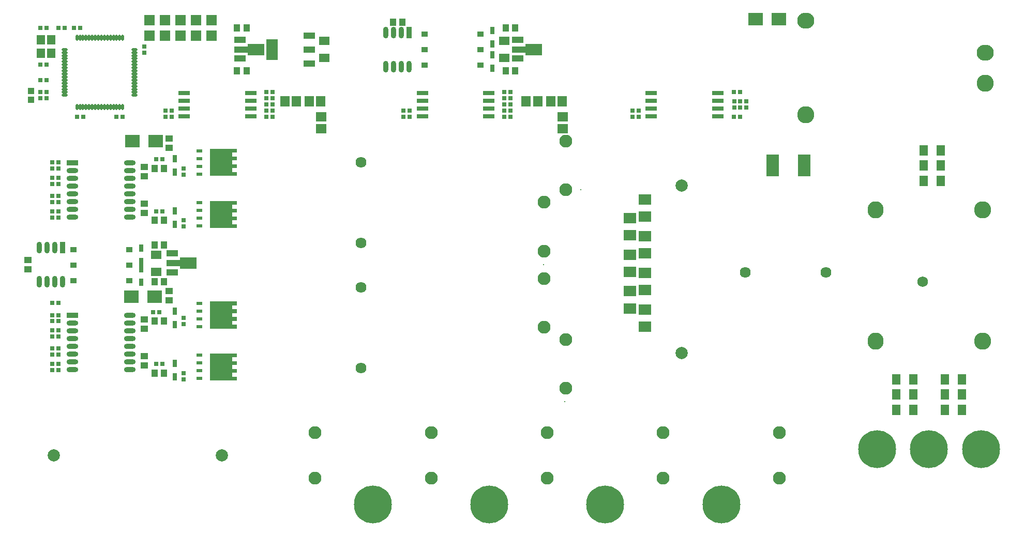
<source format=gts>
G04*
G04 #@! TF.GenerationSoftware,Altium Limited,Altium Designer,18.1.7 (191)*
G04*
G04 Layer_Color=8388736*
%FSLAX44Y44*%
%MOMM*%
G71*
G01*
G75*
%ADD40R,1.1200X0.9600*%
%ADD43R,1.4032X1.7032*%
%ADD44R,2.0032X1.8032*%
%ADD45R,2.8032X1.9032*%
%ADD46R,1.9032X1.1032*%
%ADD47R,2.7032X1.1032*%
%ADD48R,0.6532X1.2032*%
%ADD49R,1.9032X3.4032*%
%ADD50R,2.4032X2.0032*%
%ADD51R,0.8032X0.8032*%
%ADD52R,0.8032X0.8032*%
%ADD53R,1.7032X1.5032*%
%ADD54R,1.5032X1.7032*%
%ADD55R,2.0032X3.6032*%
%ADD56R,1.1832X1.1332*%
G04:AMPARAMS|DCode=57|XSize=0.5032mm|YSize=1.0032mm|CornerRadius=0.1766mm|HoleSize=0mm|Usage=FLASHONLY|Rotation=180.000|XOffset=0mm|YOffset=0mm|HoleType=Round|Shape=RoundedRectangle|*
%AMROUNDEDRECTD57*
21,1,0.5032,0.6500,0,0,180.0*
21,1,0.1500,1.0032,0,0,180.0*
1,1,0.3532,-0.0750,0.3250*
1,1,0.3532,0.0750,0.3250*
1,1,0.3532,0.0750,-0.3250*
1,1,0.3532,-0.0750,-0.3250*
%
%ADD57ROUNDEDRECTD57*%
G04:AMPARAMS|DCode=58|XSize=0.5032mm|YSize=1.0032mm|CornerRadius=0.1766mm|HoleSize=0mm|Usage=FLASHONLY|Rotation=90.000|XOffset=0mm|YOffset=0mm|HoleType=Round|Shape=RoundedRectangle|*
%AMROUNDEDRECTD58*
21,1,0.5032,0.6500,0,0,90.0*
21,1,0.1500,1.0032,0,0,90.0*
1,1,0.3532,0.3250,0.0750*
1,1,0.3532,0.3250,-0.0750*
1,1,0.3532,-0.3250,-0.0750*
1,1,0.3532,-0.3250,0.0750*
%
%ADD58ROUNDEDRECTD58*%
%ADD59R,1.4032X1.6032*%
%ADD60R,1.9400X0.7400*%
%ADD61R,0.8532X1.9032*%
%ADD62O,0.8532X1.9032*%
%ADD63R,1.1332X1.1832*%
%ADD64R,1.0032X1.0032*%
%ADD65R,1.7032X1.4032*%
%ADD66O,1.9032X0.8532*%
%ADD67R,1.9032X0.8532*%
%ADD68C,0.2032*%
%ADD69C,6.2032*%
%ADD70C,2.1032*%
%ADD71R,1.8032X1.8032*%
%ADD72C,1.7272*%
%ADD73C,2.0032*%
%ADD74C,1.7932*%
%ADD75O,2.8032X2.6032*%
%ADD76C,2.8032*%
%ADD77O,2.6032X2.8032*%
G36*
X795020Y351550D02*
X785770D01*
Y356550D01*
X795020D01*
Y351550D01*
D02*
G37*
G36*
Y338850D02*
X785770D01*
Y343850D01*
X795020D01*
Y338850D01*
D02*
G37*
G36*
Y326150D02*
X785770D01*
Y331150D01*
X795020D01*
Y326150D01*
D02*
G37*
G36*
Y313450D02*
X785770D01*
Y318450D01*
X795020D01*
Y313450D01*
D02*
G37*
G36*
X852275Y351050D02*
X844275D01*
Y344350D01*
X852275D01*
Y338350D01*
X844275D01*
Y331650D01*
X852275D01*
Y325650D01*
X844275D01*
Y318950D01*
X852275D01*
Y312950D01*
X807725D01*
Y357050D01*
X852275D01*
Y351050D01*
D02*
G37*
G36*
X795020Y436550D02*
X785770D01*
Y441550D01*
X795020D01*
Y436550D01*
D02*
G37*
G36*
Y423850D02*
X785770D01*
Y428850D01*
X795020D01*
Y423850D01*
D02*
G37*
G36*
Y411150D02*
X785770D01*
Y416150D01*
X795020D01*
Y411150D01*
D02*
G37*
G36*
Y398450D02*
X785770D01*
Y403450D01*
X795020D01*
Y398450D01*
D02*
G37*
G36*
X852275Y436050D02*
X844275D01*
Y429350D01*
X852275D01*
Y423350D01*
X844275D01*
Y416650D01*
X852275D01*
Y410650D01*
X844275D01*
Y403950D01*
X852275D01*
Y397950D01*
X807725D01*
Y442050D01*
X852275D01*
Y436050D01*
D02*
G37*
G36*
X795020Y601550D02*
X785770D01*
Y606550D01*
X795020D01*
Y601550D01*
D02*
G37*
G36*
Y588850D02*
X785770D01*
Y593850D01*
X795020D01*
Y588850D01*
D02*
G37*
G36*
Y576150D02*
X785770D01*
Y581150D01*
X795020D01*
Y576150D01*
D02*
G37*
G36*
Y563450D02*
X785770D01*
Y568450D01*
X795020D01*
Y563450D01*
D02*
G37*
G36*
X852275Y601050D02*
X844275D01*
Y594350D01*
X852275D01*
Y588350D01*
X844275D01*
Y581650D01*
X852275D01*
Y575650D01*
X844275D01*
Y568950D01*
X852275D01*
Y562950D01*
X807725D01*
Y607050D01*
X852275D01*
Y601050D01*
D02*
G37*
G36*
X795020Y686550D02*
X785770D01*
Y691550D01*
X795020D01*
Y686550D01*
D02*
G37*
G36*
Y673850D02*
X785770D01*
Y678850D01*
X795020D01*
Y673850D01*
D02*
G37*
G36*
Y661150D02*
X785770D01*
Y666150D01*
X795020D01*
Y661150D01*
D02*
G37*
G36*
Y648450D02*
X785770D01*
Y653450D01*
X795020D01*
Y648450D01*
D02*
G37*
G36*
X852275Y686050D02*
X844275D01*
Y679350D01*
X852275D01*
Y673350D01*
X844275D01*
Y666650D01*
X852275D01*
Y660650D01*
X844275D01*
Y653950D01*
X852275D01*
Y647950D01*
X807725D01*
Y692050D01*
X852275D01*
Y686050D01*
D02*
G37*
D40*
X675700Y527400D02*
D03*
Y502000D02*
D03*
Y476600D02*
D03*
X584300D02*
D03*
Y502000D02*
D03*
Y527400D02*
D03*
X1250700Y880400D02*
D03*
Y855000D02*
D03*
Y829600D02*
D03*
X1159300D02*
D03*
Y855000D02*
D03*
Y880400D02*
D03*
D43*
X1976046Y690000D02*
D03*
X2003954D02*
D03*
X1976046Y665000D02*
D03*
X2003954D02*
D03*
X1976046Y640000D02*
D03*
X2003954D02*
D03*
X2011046Y315000D02*
D03*
X2038954D02*
D03*
X1931046D02*
D03*
X1958954D02*
D03*
X2011046Y290000D02*
D03*
X2038954D02*
D03*
X1931046D02*
D03*
X1958954D02*
D03*
X1931046Y265000D02*
D03*
X1958954D02*
D03*
X2011046D02*
D03*
X2038954D02*
D03*
D44*
X1520000Y581000D02*
D03*
Y609000D02*
D03*
Y401000D02*
D03*
Y429000D02*
D03*
X1495000Y431000D02*
D03*
Y459000D02*
D03*
X1520000Y461000D02*
D03*
Y489000D02*
D03*
X1495000Y491000D02*
D03*
Y519000D02*
D03*
X1520000Y521000D02*
D03*
Y549000D02*
D03*
X1495000Y551000D02*
D03*
Y579000D02*
D03*
D45*
X1338000Y855000D02*
D03*
X772000Y505000D02*
D03*
X883000Y855000D02*
D03*
D46*
X1312000Y840000D02*
D03*
Y871000D02*
D03*
X746000Y490000D02*
D03*
Y521000D02*
D03*
X970500Y878000D02*
D03*
Y855000D02*
D03*
Y832000D02*
D03*
X857000Y840000D02*
D03*
Y871000D02*
D03*
D47*
X1316000Y855000D02*
D03*
X750000Y505000D02*
D03*
X861000Y855000D02*
D03*
D48*
X1270000Y864000D02*
D03*
Y886000D02*
D03*
Y846000D02*
D03*
Y824000D02*
D03*
X695000Y508000D02*
D03*
Y530000D02*
D03*
Y496000D02*
D03*
Y474000D02*
D03*
X750000Y426000D02*
D03*
Y404000D02*
D03*
Y591000D02*
D03*
Y569000D02*
D03*
Y676000D02*
D03*
Y654000D02*
D03*
Y341000D02*
D03*
Y319000D02*
D03*
D49*
X909500Y855000D02*
D03*
D50*
X1739000Y905000D02*
D03*
X1701000D02*
D03*
X717275Y450250D02*
D03*
X679275D02*
D03*
X719000Y705000D02*
D03*
X681000D02*
D03*
D51*
X765000Y314920D02*
D03*
Y325080D02*
D03*
Y404920D02*
D03*
Y415080D02*
D03*
Y564920D02*
D03*
Y575080D02*
D03*
Y649920D02*
D03*
Y660080D02*
D03*
X735000Y755080D02*
D03*
Y744920D02*
D03*
X745000Y755080D02*
D03*
Y744920D02*
D03*
X1666000Y770080D02*
D03*
Y759920D02*
D03*
X700000Y849920D02*
D03*
Y860080D02*
D03*
D52*
X730080Y340000D02*
D03*
X719920D02*
D03*
X725080Y425000D02*
D03*
X714920D02*
D03*
X730080Y590000D02*
D03*
X719920D02*
D03*
X730080Y675000D02*
D03*
X719920D02*
D03*
X1300080Y765000D02*
D03*
X1289920D02*
D03*
Y785000D02*
D03*
X1300080D02*
D03*
X1686080Y770000D02*
D03*
X1675920D02*
D03*
X1686080Y760000D02*
D03*
X1675920D02*
D03*
X1499920Y745000D02*
D03*
X1510080D02*
D03*
X1500000Y755000D02*
D03*
X1510160D02*
D03*
X1124920Y755000D02*
D03*
X1135080D02*
D03*
X1124920Y745000D02*
D03*
X1135080D02*
D03*
X1676080Y745000D02*
D03*
X1665920D02*
D03*
Y785000D02*
D03*
X1676080D02*
D03*
X1300080Y745000D02*
D03*
X1289920D02*
D03*
Y755000D02*
D03*
X1300080D02*
D03*
X910080Y745000D02*
D03*
X899920D02*
D03*
X910080Y755000D02*
D03*
X899920D02*
D03*
Y785000D02*
D03*
X910080D02*
D03*
Y765000D02*
D03*
X899920D02*
D03*
Y775000D02*
D03*
X910080D02*
D03*
X1289920Y775000D02*
D03*
X1300080D02*
D03*
X529920Y775000D02*
D03*
X540080D02*
D03*
X529920Y805000D02*
D03*
X540080D02*
D03*
X595080Y890000D02*
D03*
X584920D02*
D03*
X559920D02*
D03*
X570080D02*
D03*
X529920Y785000D02*
D03*
X540080D02*
D03*
X589920Y745000D02*
D03*
X600080D02*
D03*
X654920D02*
D03*
X665080D02*
D03*
X540080Y890000D02*
D03*
X529920D02*
D03*
Y830000D02*
D03*
X540080D02*
D03*
X560080Y330000D02*
D03*
X549920D02*
D03*
X560080Y340000D02*
D03*
X549920D02*
D03*
X560080Y440000D02*
D03*
X549920D02*
D03*
X560080Y385000D02*
D03*
X549920D02*
D03*
X560080Y410000D02*
D03*
X549920D02*
D03*
Y420000D02*
D03*
X560080D02*
D03*
X549920Y355000D02*
D03*
X560080D02*
D03*
Y365000D02*
D03*
X549920D02*
D03*
X560080Y590000D02*
D03*
X549920D02*
D03*
X560080Y580000D02*
D03*
X549920D02*
D03*
Y605000D02*
D03*
X560080D02*
D03*
X549920Y615000D02*
D03*
X560080D02*
D03*
Y670000D02*
D03*
X549920D02*
D03*
Y660000D02*
D03*
X560080D02*
D03*
Y635000D02*
D03*
X549920D02*
D03*
Y395000D02*
D03*
X560080D02*
D03*
X549920Y645000D02*
D03*
X560080D02*
D03*
D53*
X1385000Y744500D02*
D03*
Y725500D02*
D03*
X990000Y744500D02*
D03*
Y725500D02*
D03*
D54*
X1365500Y770000D02*
D03*
X1384500D02*
D03*
X1325500D02*
D03*
X1344500D02*
D03*
X970500Y770000D02*
D03*
X989500D02*
D03*
X930500Y770000D02*
D03*
X949500D02*
D03*
D55*
X1781000Y665000D02*
D03*
X1729000D02*
D03*
D56*
X700000Y602700D02*
D03*
Y587300D02*
D03*
Y352700D02*
D03*
Y337300D02*
D03*
Y412700D02*
D03*
Y397300D02*
D03*
Y662700D02*
D03*
Y647300D02*
D03*
X740775Y459400D02*
D03*
Y444000D02*
D03*
Y709400D02*
D03*
Y694000D02*
D03*
X510000Y495065D02*
D03*
Y510465D02*
D03*
D57*
X665000Y874500D02*
D03*
X660000D02*
D03*
X655000D02*
D03*
X650000D02*
D03*
X645000D02*
D03*
X640000D02*
D03*
X635000D02*
D03*
X630000D02*
D03*
X625000D02*
D03*
X620000D02*
D03*
X615000D02*
D03*
X610000D02*
D03*
X605000D02*
D03*
X600000D02*
D03*
X595000D02*
D03*
X590000D02*
D03*
X665000Y760500D02*
D03*
X660000D02*
D03*
X655000D02*
D03*
X650000D02*
D03*
X645000D02*
D03*
X640000D02*
D03*
X635000D02*
D03*
X630000D02*
D03*
X625000D02*
D03*
X620000D02*
D03*
X615000D02*
D03*
X610000D02*
D03*
X605000D02*
D03*
X600000D02*
D03*
X595000D02*
D03*
X590000D02*
D03*
D58*
X684500Y780000D02*
D03*
Y785000D02*
D03*
Y790000D02*
D03*
Y795000D02*
D03*
Y800000D02*
D03*
Y805000D02*
D03*
Y810000D02*
D03*
Y815000D02*
D03*
Y820000D02*
D03*
Y825000D02*
D03*
Y830000D02*
D03*
Y835000D02*
D03*
Y840000D02*
D03*
Y845000D02*
D03*
Y850000D02*
D03*
Y855000D02*
D03*
X570080Y780000D02*
D03*
Y785000D02*
D03*
Y790000D02*
D03*
Y795000D02*
D03*
Y800000D02*
D03*
Y805000D02*
D03*
Y810000D02*
D03*
Y815000D02*
D03*
Y820000D02*
D03*
Y825000D02*
D03*
Y830000D02*
D03*
Y835000D02*
D03*
Y840000D02*
D03*
Y845000D02*
D03*
Y850000D02*
D03*
Y855000D02*
D03*
D59*
X548000Y849000D02*
D03*
X531000D02*
D03*
Y871000D02*
D03*
X548000D02*
D03*
D60*
X874500Y758650D02*
D03*
Y745950D02*
D03*
Y771350D02*
D03*
Y784050D02*
D03*
X765500Y758650D02*
D03*
Y745950D02*
D03*
Y771350D02*
D03*
Y784050D02*
D03*
X1639500Y758650D02*
D03*
Y745950D02*
D03*
Y771350D02*
D03*
Y784050D02*
D03*
X1530500Y758650D02*
D03*
Y745950D02*
D03*
Y771350D02*
D03*
Y784050D02*
D03*
X1264500Y758650D02*
D03*
Y745950D02*
D03*
Y771350D02*
D03*
Y784050D02*
D03*
X1155500Y758650D02*
D03*
Y745950D02*
D03*
Y771350D02*
D03*
Y784050D02*
D03*
D61*
X1134000Y883000D02*
D03*
X566500Y530385D02*
D03*
D62*
X1121300Y883000D02*
D03*
X1108600D02*
D03*
X1095900D02*
D03*
X1134000Y827000D02*
D03*
X1121300D02*
D03*
X1108600D02*
D03*
X1095900D02*
D03*
X553800Y530385D02*
D03*
X541100D02*
D03*
X528400D02*
D03*
X566500Y474385D02*
D03*
X553800D02*
D03*
X541100D02*
D03*
X528400D02*
D03*
D63*
X867700Y890000D02*
D03*
X852300D02*
D03*
X852300Y820000D02*
D03*
X867700D02*
D03*
X717300Y325000D02*
D03*
X732700D02*
D03*
X717300Y410000D02*
D03*
X732700D02*
D03*
X717300Y575000D02*
D03*
X732700D02*
D03*
X717300Y660000D02*
D03*
X732700D02*
D03*
X1307700Y890000D02*
D03*
X1292300D02*
D03*
X732700Y535000D02*
D03*
X717300D02*
D03*
X1292300Y820000D02*
D03*
X1307700D02*
D03*
X1107300Y900000D02*
D03*
X1122700D02*
D03*
X732700Y475000D02*
D03*
X717300D02*
D03*
D64*
X515000Y787000D02*
D03*
Y773000D02*
D03*
D65*
X1290000Y841046D02*
D03*
Y868954D02*
D03*
X720000Y491046D02*
D03*
Y518954D02*
D03*
X995000Y868954D02*
D03*
Y841046D02*
D03*
D66*
X676900Y419550D02*
D03*
Y406850D02*
D03*
Y394150D02*
D03*
Y381450D02*
D03*
Y343350D02*
D03*
Y356050D02*
D03*
Y368750D02*
D03*
Y330650D02*
D03*
X583100D02*
D03*
Y368750D02*
D03*
Y356050D02*
D03*
Y343350D02*
D03*
Y381450D02*
D03*
Y394150D02*
D03*
Y406850D02*
D03*
X676900Y669550D02*
D03*
Y656850D02*
D03*
Y644150D02*
D03*
Y631450D02*
D03*
Y593350D02*
D03*
Y606050D02*
D03*
Y618750D02*
D03*
Y580650D02*
D03*
X583100D02*
D03*
Y618750D02*
D03*
Y606050D02*
D03*
Y593350D02*
D03*
Y631450D02*
D03*
Y644150D02*
D03*
Y656850D02*
D03*
D67*
Y419550D02*
D03*
Y669550D02*
D03*
D68*
X1389000Y278000D02*
D03*
X1415000Y625000D02*
D03*
X1354000Y503000D02*
D03*
D69*
X1265000Y110000D02*
D03*
X1075000D02*
D03*
X1455000D02*
D03*
X1645000D02*
D03*
X2070000Y200000D02*
D03*
X1985000D02*
D03*
X1900000D02*
D03*
D70*
X1360000Y152500D02*
D03*
Y227500D02*
D03*
X1740000Y152500D02*
D03*
Y227500D02*
D03*
X1550000Y152500D02*
D03*
Y227500D02*
D03*
X1170000Y152500D02*
D03*
Y227500D02*
D03*
X980000Y152500D02*
D03*
Y227500D02*
D03*
X1355000Y480000D02*
D03*
Y400000D02*
D03*
Y525000D02*
D03*
Y605000D02*
D03*
X1390000Y300000D02*
D03*
Y380000D02*
D03*
Y705000D02*
D03*
Y625000D02*
D03*
D71*
X810800Y902700D02*
D03*
X785400D02*
D03*
X760000D02*
D03*
X734600D02*
D03*
X709200D02*
D03*
Y877300D02*
D03*
X734600D02*
D03*
X760000D02*
D03*
X785400D02*
D03*
X810800D02*
D03*
D72*
X1975000Y475000D02*
D03*
D73*
X827500Y190000D02*
D03*
X552500D02*
D03*
X1580000Y632500D02*
D03*
Y357500D02*
D03*
D74*
X1055000Y332920D02*
D03*
Y465000D02*
D03*
Y670000D02*
D03*
Y537920D02*
D03*
X1683960Y490000D02*
D03*
X1816040D02*
D03*
D75*
X1783000Y902000D02*
D03*
X2077000Y850000D02*
D03*
D76*
X1783000Y748000D02*
D03*
X2077000Y800000D02*
D03*
X2072500Y377500D02*
D03*
Y592500D02*
D03*
D77*
X1897500Y377500D02*
D03*
Y592500D02*
D03*
M02*

</source>
